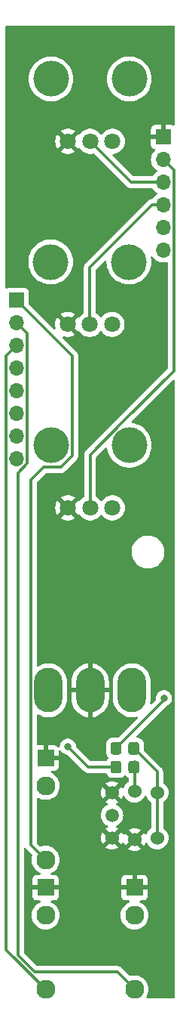
<source format=gtl>
G04 #@! TF.GenerationSoftware,KiCad,Pcbnew,7.0.1.1-36-gbcf78dbe24-dirty-deb11*
G04 #@! TF.CreationDate,2023-04-09T19:39:33+00:00*
G04 #@! TF.ProjectId,RP2040-VCO,52503230-3430-42d5-9643-4f2e6b696361,rev?*
G04 #@! TF.SameCoordinates,Original*
G04 #@! TF.FileFunction,Copper,L1,Top*
G04 #@! TF.FilePolarity,Positive*
%FSLAX46Y46*%
G04 Gerber Fmt 4.6, Leading zero omitted, Abs format (unit mm)*
G04 Created by KiCad (PCBNEW 7.0.1.1-36-gbcf78dbe24-dirty-deb11) date 2023-04-09 19:39:33*
%MOMM*%
%LPD*%
G01*
G04 APERTURE LIST*
G04 #@! TA.AperFunction,ComponentPad*
%ADD10R,1.930000X1.830000*%
G04 #@! TD*
G04 #@! TA.AperFunction,ComponentPad*
%ADD11C,2.130000*%
G04 #@! TD*
G04 #@! TA.AperFunction,WasherPad*
%ADD12C,4.000000*%
G04 #@! TD*
G04 #@! TA.AperFunction,ComponentPad*
%ADD13C,1.800000*%
G04 #@! TD*
G04 #@! TA.AperFunction,WasherPad*
%ADD14C,1.500000*%
G04 #@! TD*
G04 #@! TA.AperFunction,ComponentPad*
%ADD15C,1.524000*%
G04 #@! TD*
G04 #@! TA.AperFunction,ComponentPad*
%ADD16O,3.200000X5.000000*%
G04 #@! TD*
G04 #@! TA.AperFunction,ComponentPad*
%ADD17R,1.700000X1.700000*%
G04 #@! TD*
G04 #@! TA.AperFunction,ComponentPad*
%ADD18O,1.700000X1.700000*%
G04 #@! TD*
G04 #@! TA.AperFunction,ViaPad*
%ADD19C,0.800000*%
G04 #@! TD*
G04 #@! TA.AperFunction,Conductor*
%ADD20C,0.300000*%
G04 #@! TD*
G04 APERTURE END LIST*
D10*
X89000000Y-133600000D03*
D11*
X89000000Y-145000000D03*
X89000000Y-136700000D03*
D10*
X79000000Y-133600000D03*
D11*
X79000000Y-145000000D03*
X79000000Y-136700000D03*
D10*
X79000000Y-119100000D03*
D11*
X79000000Y-130500000D03*
X79000000Y-122200000D03*
D12*
X79600000Y-43000000D03*
X88400000Y-43000000D03*
D13*
X86500000Y-50000000D03*
X84000000Y-50000000D03*
X81500000Y-50000000D03*
D14*
X86460000Y-125500000D03*
D15*
X86460000Y-128040000D03*
X86460000Y-122960000D03*
X91540000Y-128040000D03*
X91540000Y-122960000D03*
X89000000Y-122800000D03*
X89000000Y-128200000D03*
G04 #@! TA.AperFunction,SMDPad,CuDef*
G36*
G01*
X89500000Y-119650000D02*
X89500000Y-120550000D01*
G75*
G02*
X89250000Y-120800000I-250000J0D01*
G01*
X88550000Y-120800000D01*
G75*
G02*
X88300000Y-120550000I0J250000D01*
G01*
X88300000Y-119650000D01*
G75*
G02*
X88550000Y-119400000I250000J0D01*
G01*
X89250000Y-119400000D01*
G75*
G02*
X89500000Y-119650000I0J-250000D01*
G01*
G37*
G04 #@! TD.AperFunction*
G04 #@! TA.AperFunction,SMDPad,CuDef*
G36*
G01*
X87500000Y-119650000D02*
X87500000Y-120550000D01*
G75*
G02*
X87250000Y-120800000I-250000J0D01*
G01*
X86550000Y-120800000D01*
G75*
G02*
X86300000Y-120550000I0J250000D01*
G01*
X86300000Y-119650000D01*
G75*
G02*
X86550000Y-119400000I250000J0D01*
G01*
X87250000Y-119400000D01*
G75*
G02*
X87500000Y-119650000I0J-250000D01*
G01*
G37*
G04 #@! TD.AperFunction*
G04 #@! TA.AperFunction,SMDPad,CuDef*
G36*
G01*
X89500000Y-117550000D02*
X89500000Y-118450000D01*
G75*
G02*
X89250000Y-118700000I-250000J0D01*
G01*
X88550000Y-118700000D01*
G75*
G02*
X88300000Y-118450000I0J250000D01*
G01*
X88300000Y-117550000D01*
G75*
G02*
X88550000Y-117300000I250000J0D01*
G01*
X89250000Y-117300000D01*
G75*
G02*
X89500000Y-117550000I0J-250000D01*
G01*
G37*
G04 #@! TD.AperFunction*
G04 #@! TA.AperFunction,SMDPad,CuDef*
G36*
G01*
X87500000Y-117550000D02*
X87500000Y-118450000D01*
G75*
G02*
X87250000Y-118700000I-250000J0D01*
G01*
X86550000Y-118700000D01*
G75*
G02*
X86300000Y-118450000I0J250000D01*
G01*
X86300000Y-117550000D01*
G75*
G02*
X86550000Y-117300000I250000J0D01*
G01*
X87250000Y-117300000D01*
G75*
G02*
X87500000Y-117550000I0J-250000D01*
G01*
G37*
G04 #@! TD.AperFunction*
D16*
X88700000Y-111500000D03*
X84000000Y-111500000D03*
X79300000Y-111500000D03*
D12*
X79560000Y-63500000D03*
X88360000Y-63500000D03*
D13*
X86460000Y-70500000D03*
X83960000Y-70500000D03*
X81460000Y-70500000D03*
D12*
X79600000Y-84050000D03*
X88400000Y-84050000D03*
D13*
X86500000Y-91050000D03*
X84000000Y-91050000D03*
X81500000Y-91050000D03*
D17*
X92200000Y-49500000D03*
D18*
X92200000Y-52040000D03*
X92200000Y-54580000D03*
X92200000Y-57120000D03*
X92200000Y-59660000D03*
X92200000Y-62200000D03*
D17*
X75750000Y-67800000D03*
D18*
X75750000Y-70340000D03*
X75750000Y-72880000D03*
X75750000Y-75420000D03*
X75750000Y-77960000D03*
X75750000Y-80500000D03*
X75750000Y-83040000D03*
X75750000Y-85580000D03*
D19*
X82000000Y-66600000D03*
X82000000Y-67500000D03*
X81500000Y-117800000D03*
X92300000Y-112400000D03*
D20*
X86900000Y-120100000D02*
X83800000Y-120100000D01*
X83800000Y-120100000D02*
X81500000Y-117800000D01*
X92300000Y-112600000D02*
X92300000Y-112400000D01*
X86900000Y-118000000D02*
X92300000Y-112600000D01*
X82000000Y-85200000D02*
X82000000Y-74050000D01*
X79000000Y-130500000D02*
X77350480Y-128850480D01*
X77350480Y-128850480D02*
X77350480Y-87949520D01*
X82000000Y-74050000D02*
X75750000Y-67800000D01*
X78800000Y-86500000D02*
X80700000Y-86500000D01*
X77350480Y-87949520D02*
X78800000Y-86500000D01*
X80700000Y-86500000D02*
X82000000Y-85200000D01*
X90967919Y-57120000D02*
X83960000Y-64127919D01*
X92200000Y-57120000D02*
X90967919Y-57120000D01*
X83960000Y-64127919D02*
X83960000Y-70500000D01*
X84000000Y-85100000D02*
X84000000Y-91050000D01*
X93400000Y-53240000D02*
X93400000Y-75700000D01*
X93400000Y-75700000D02*
X87709511Y-81390489D01*
X92200000Y-52040000D02*
X93400000Y-53240000D01*
X87709511Y-81390489D02*
X84000000Y-85100000D01*
X74550489Y-140550489D02*
X74550489Y-74079511D01*
X74550489Y-74079511D02*
X75750000Y-72880000D01*
X79000000Y-145000000D02*
X74550489Y-140550489D01*
X89000000Y-145000000D02*
X87046786Y-143046786D01*
X75900000Y-87126366D02*
X76949511Y-86076855D01*
X87046786Y-143046786D02*
X77753214Y-143046786D01*
X76949511Y-86076855D02*
X76949511Y-71539511D01*
X77753214Y-143046786D02*
X75900000Y-141193572D01*
X75900000Y-141193572D02*
X75900000Y-87126366D01*
X76949511Y-71539511D02*
X75750000Y-70340000D01*
X92200000Y-54580000D02*
X88580000Y-54580000D01*
X88580000Y-54580000D02*
X84000000Y-50000000D01*
X91540000Y-120640000D02*
X88900000Y-118000000D01*
X91540000Y-128040000D02*
X91540000Y-122960000D01*
X91540000Y-122960000D02*
X91540000Y-120640000D01*
X89000000Y-119500000D02*
X89000000Y-122800000D01*
G04 #@! TA.AperFunction,Conductor*
G36*
X93436500Y-37017381D02*
G01*
X93482619Y-37063500D01*
X93499500Y-37126500D01*
X93499500Y-48100205D01*
X93480697Y-48166423D01*
X93429899Y-48212878D01*
X93362268Y-48225703D01*
X93297990Y-48201072D01*
X93295962Y-48199554D01*
X93159093Y-48148505D01*
X93098589Y-48142000D01*
X92454000Y-48142000D01*
X92454000Y-49628000D01*
X92437119Y-49691000D01*
X92391000Y-49737119D01*
X92328000Y-49754000D01*
X90842000Y-49754000D01*
X90842000Y-50398589D01*
X90848505Y-50459093D01*
X90899554Y-50595962D01*
X90987095Y-50712904D01*
X91104037Y-50800445D01*
X91219172Y-50843388D01*
X91269506Y-50877952D01*
X91297681Y-50932122D01*
X91297078Y-50993178D01*
X91267841Y-51046782D01*
X91124278Y-51202731D01*
X91001139Y-51391209D01*
X90910702Y-51597388D01*
X90855437Y-51815627D01*
X90855436Y-51815632D01*
X90836844Y-52040000D01*
X90855436Y-52264368D01*
X90855436Y-52264371D01*
X90855437Y-52264372D01*
X90910702Y-52482611D01*
X91001139Y-52688790D01*
X91124278Y-52877268D01*
X91276762Y-53042908D01*
X91454418Y-53181185D01*
X91454420Y-53181186D01*
X91454424Y-53181189D01*
X91487682Y-53199187D01*
X91535952Y-53245503D01*
X91553711Y-53310000D01*
X91535952Y-53374497D01*
X91487682Y-53420812D01*
X91462794Y-53434281D01*
X91454418Y-53438814D01*
X91276762Y-53577091D01*
X91124276Y-53742734D01*
X91044779Y-53864415D01*
X90999265Y-53906314D01*
X90939296Y-53921500D01*
X88904950Y-53921500D01*
X88856732Y-53911909D01*
X88815855Y-53884595D01*
X86552452Y-51621192D01*
X86519089Y-51561764D01*
X86521554Y-51493656D01*
X86559124Y-51436795D01*
X86620804Y-51407817D01*
X86846951Y-51370080D01*
X87067727Y-51294287D01*
X87273017Y-51183190D01*
X87457220Y-51039818D01*
X87615314Y-50868083D01*
X87742984Y-50672669D01*
X87836749Y-50458907D01*
X87894051Y-50232626D01*
X87913327Y-50000000D01*
X87894051Y-49767374D01*
X87836749Y-49541093D01*
X87742984Y-49327331D01*
X87689848Y-49246000D01*
X90842000Y-49246000D01*
X91946000Y-49246000D01*
X91946000Y-48142000D01*
X91301411Y-48142000D01*
X91240906Y-48148505D01*
X91104037Y-48199554D01*
X90987095Y-48287095D01*
X90899554Y-48404037D01*
X90848505Y-48540906D01*
X90842000Y-48601411D01*
X90842000Y-49246000D01*
X87689848Y-49246000D01*
X87615314Y-49131917D01*
X87457220Y-48960182D01*
X87273017Y-48816810D01*
X87241779Y-48799905D01*
X87067726Y-48705712D01*
X86918275Y-48654405D01*
X86846951Y-48629920D01*
X86616712Y-48591500D01*
X86383288Y-48591500D01*
X86153049Y-48629920D01*
X86153046Y-48629920D01*
X86153046Y-48629921D01*
X85932273Y-48705712D01*
X85726984Y-48816809D01*
X85542779Y-48960182D01*
X85384683Y-49131920D01*
X85355482Y-49176616D01*
X85309969Y-49218514D01*
X85250000Y-49233700D01*
X85190031Y-49218514D01*
X85144518Y-49176616D01*
X85115316Y-49131920D01*
X85115315Y-49131919D01*
X85115314Y-49131917D01*
X84957220Y-48960182D01*
X84773017Y-48816810D01*
X84741779Y-48799905D01*
X84567726Y-48705712D01*
X84418275Y-48654405D01*
X84346951Y-48629920D01*
X84116712Y-48591500D01*
X83883288Y-48591500D01*
X83653049Y-48629920D01*
X83653046Y-48629920D01*
X83653046Y-48629921D01*
X83432273Y-48705712D01*
X83226984Y-48816809D01*
X83042779Y-48960182D01*
X82884685Y-49131918D01*
X82855183Y-49177074D01*
X82809669Y-49218972D01*
X82749699Y-49234157D01*
X82689730Y-49218970D01*
X82670392Y-49201167D01*
X82659202Y-49200007D01*
X81859210Y-49999999D01*
X81859210Y-50000000D01*
X82659203Y-50799991D01*
X82670392Y-50798831D01*
X82689730Y-50781029D01*
X82749699Y-50765842D01*
X82809669Y-50781028D01*
X82855182Y-50822924D01*
X82884686Y-50868083D01*
X83042780Y-51039818D01*
X83226983Y-51183190D01*
X83432273Y-51294287D01*
X83653049Y-51370080D01*
X83883288Y-51408500D01*
X84116709Y-51408500D01*
X84116712Y-51408500D01*
X84346951Y-51370080D01*
X84346953Y-51370079D01*
X84357250Y-51368361D01*
X84357735Y-51371272D01*
X84410262Y-51368555D01*
X84470958Y-51402218D01*
X88053125Y-54984385D01*
X88066642Y-55001256D01*
X88120256Y-55051603D01*
X88123067Y-55054327D01*
X88143667Y-55074927D01*
X88147170Y-55077644D01*
X88156197Y-55085354D01*
X88189867Y-55116972D01*
X88208666Y-55127307D01*
X88225186Y-55138159D01*
X88242132Y-55151304D01*
X88284534Y-55169653D01*
X88295182Y-55174870D01*
X88335659Y-55197122D01*
X88335663Y-55197124D01*
X88356432Y-55202456D01*
X88375134Y-55208859D01*
X88394824Y-55217380D01*
X88440448Y-55224605D01*
X88452067Y-55227011D01*
X88496812Y-55238500D01*
X88518259Y-55238500D01*
X88537967Y-55240050D01*
X88559152Y-55243406D01*
X88605140Y-55239058D01*
X88616996Y-55238500D01*
X90939296Y-55238500D01*
X90999265Y-55253686D01*
X91044777Y-55295583D01*
X91124278Y-55417268D01*
X91276760Y-55582906D01*
X91276762Y-55582908D01*
X91454418Y-55721185D01*
X91454420Y-55721186D01*
X91454424Y-55721189D01*
X91487682Y-55739187D01*
X91535952Y-55785503D01*
X91553711Y-55850000D01*
X91535952Y-55914497D01*
X91487682Y-55960812D01*
X91462794Y-55974281D01*
X91454418Y-55978814D01*
X91276762Y-56117091D01*
X91124278Y-56282731D01*
X91082462Y-56346734D01*
X91044776Y-56404417D01*
X90999264Y-56446314D01*
X90939295Y-56461500D01*
X90926487Y-56461500D01*
X90922079Y-56462056D01*
X90910263Y-56462986D01*
X90864085Y-56464437D01*
X90843492Y-56470420D01*
X90824141Y-56474428D01*
X90802853Y-56477118D01*
X90759893Y-56494126D01*
X90748668Y-56497969D01*
X90704319Y-56510854D01*
X90685857Y-56521772D01*
X90668109Y-56530466D01*
X90648165Y-56538363D01*
X90610792Y-56565516D01*
X90600872Y-56572033D01*
X90561110Y-56595548D01*
X90545942Y-56610716D01*
X90530915Y-56623550D01*
X90513562Y-56636158D01*
X90484110Y-56671758D01*
X90476123Y-56680534D01*
X83555611Y-63601046D01*
X83538742Y-63614562D01*
X83488394Y-63668176D01*
X83485644Y-63671014D01*
X83465070Y-63691589D01*
X83462343Y-63695104D01*
X83454650Y-63704110D01*
X83423027Y-63737787D01*
X83412690Y-63756587D01*
X83401844Y-63773098D01*
X83388695Y-63790050D01*
X83370350Y-63832443D01*
X83365130Y-63843098D01*
X83342876Y-63883579D01*
X83337542Y-63904354D01*
X83331139Y-63923054D01*
X83322620Y-63942739D01*
X83315393Y-63988371D01*
X83312986Y-63999992D01*
X83301500Y-64044730D01*
X83301500Y-64066178D01*
X83299949Y-64085886D01*
X83296594Y-64107071D01*
X83298295Y-64125071D01*
X83300941Y-64153057D01*
X83301500Y-64164915D01*
X83301500Y-69179757D01*
X83283740Y-69244255D01*
X83235468Y-69290571D01*
X83186981Y-69316809D01*
X83002782Y-69460179D01*
X82844685Y-69631918D01*
X82815183Y-69677074D01*
X82769669Y-69718972D01*
X82709699Y-69734157D01*
X82649730Y-69718970D01*
X82630392Y-69701167D01*
X82619202Y-69700007D01*
X81819210Y-70499999D01*
X81819210Y-70500000D01*
X82619203Y-71299991D01*
X82630392Y-71298831D01*
X82649730Y-71281029D01*
X82709699Y-71265842D01*
X82769669Y-71281028D01*
X82815182Y-71322924D01*
X82844686Y-71368083D01*
X83002780Y-71539818D01*
X83186983Y-71683190D01*
X83392273Y-71794287D01*
X83613049Y-71870080D01*
X83843288Y-71908500D01*
X84076709Y-71908500D01*
X84076712Y-71908500D01*
X84306951Y-71870080D01*
X84527727Y-71794287D01*
X84733017Y-71683190D01*
X84917220Y-71539818D01*
X85075314Y-71368083D01*
X85104517Y-71323383D01*
X85150031Y-71281485D01*
X85210000Y-71266299D01*
X85269969Y-71281485D01*
X85315482Y-71323383D01*
X85344686Y-71368083D01*
X85502780Y-71539818D01*
X85686983Y-71683190D01*
X85892273Y-71794287D01*
X86113049Y-71870080D01*
X86343288Y-71908500D01*
X86576709Y-71908500D01*
X86576712Y-71908500D01*
X86806951Y-71870080D01*
X87027727Y-71794287D01*
X87233017Y-71683190D01*
X87417220Y-71539818D01*
X87575314Y-71368083D01*
X87702984Y-71172669D01*
X87796749Y-70958907D01*
X87854051Y-70732626D01*
X87873327Y-70500000D01*
X87854051Y-70267374D01*
X87796749Y-70041093D01*
X87702984Y-69827331D01*
X87575314Y-69631917D01*
X87417220Y-69460182D01*
X87233017Y-69316810D01*
X87201779Y-69299905D01*
X87027726Y-69205712D01*
X86847338Y-69143785D01*
X86806951Y-69129920D01*
X86576712Y-69091500D01*
X86343288Y-69091500D01*
X86113049Y-69129920D01*
X86113046Y-69129920D01*
X86113046Y-69129921D01*
X85892273Y-69205712D01*
X85686984Y-69316809D01*
X85502779Y-69460182D01*
X85344683Y-69631920D01*
X85315482Y-69676616D01*
X85269969Y-69718514D01*
X85210000Y-69733700D01*
X85150031Y-69718514D01*
X85104518Y-69676616D01*
X85075316Y-69631920D01*
X85075315Y-69631919D01*
X85075314Y-69631917D01*
X84917220Y-69460182D01*
X84917219Y-69460181D01*
X84917217Y-69460179D01*
X84733018Y-69316809D01*
X84684532Y-69290571D01*
X84636260Y-69244255D01*
X84618500Y-69179757D01*
X84618500Y-64452869D01*
X84628091Y-64404651D01*
X84655402Y-64363776D01*
X85632738Y-63386439D01*
X85684401Y-63355225D01*
X85744659Y-63351624D01*
X85799677Y-63376464D01*
X85836826Y-63424044D01*
X85847581Y-63483444D01*
X85846540Y-63500000D01*
X85866358Y-63815018D01*
X85925504Y-64125071D01*
X86023044Y-64425266D01*
X86157438Y-64710869D01*
X86326565Y-64977372D01*
X86527766Y-65220582D01*
X86757860Y-65436654D01*
X87013221Y-65622184D01*
X87289821Y-65774247D01*
X87583298Y-65890443D01*
X87743804Y-65931653D01*
X87889024Y-65968940D01*
X88202176Y-66008500D01*
X88202179Y-66008500D01*
X88517821Y-66008500D01*
X88517824Y-66008500D01*
X88830975Y-65968940D01*
X88830974Y-65968940D01*
X89136702Y-65890443D01*
X89430179Y-65774247D01*
X89706779Y-65622184D01*
X89962140Y-65436654D01*
X90192233Y-65220582D01*
X90393432Y-64977375D01*
X90562562Y-64710869D01*
X90696956Y-64425266D01*
X90794495Y-64125072D01*
X90853641Y-63815020D01*
X90873460Y-63500000D01*
X90853641Y-63184980D01*
X90821704Y-63017566D01*
X90827629Y-62949360D01*
X90868345Y-62894320D01*
X90931832Y-62868697D01*
X90999347Y-62880054D01*
X91050956Y-62925040D01*
X91124278Y-63037268D01*
X91276762Y-63202908D01*
X91454421Y-63341187D01*
X91454424Y-63341189D01*
X91652426Y-63448342D01*
X91865365Y-63521444D01*
X92087431Y-63558500D01*
X92312566Y-63558500D01*
X92312569Y-63558500D01*
X92534635Y-63521444D01*
X92574588Y-63507727D01*
X92633666Y-63502217D01*
X92688716Y-63524356D01*
X92727529Y-63569235D01*
X92741500Y-63626901D01*
X92741500Y-75375050D01*
X92731909Y-75423268D01*
X92704595Y-75464145D01*
X87302704Y-80866036D01*
X83595611Y-84573127D01*
X83578742Y-84586643D01*
X83528394Y-84640257D01*
X83525644Y-84643095D01*
X83505070Y-84663670D01*
X83502343Y-84667185D01*
X83494650Y-84676191D01*
X83463027Y-84709868D01*
X83452690Y-84728668D01*
X83441844Y-84745179D01*
X83428695Y-84762131D01*
X83410350Y-84804524D01*
X83405130Y-84815179D01*
X83382876Y-84855660D01*
X83377542Y-84876435D01*
X83371139Y-84895135D01*
X83362620Y-84914820D01*
X83355393Y-84960452D01*
X83352986Y-84972073D01*
X83341500Y-85016811D01*
X83341500Y-85038259D01*
X83339949Y-85057970D01*
X83336594Y-85079152D01*
X83340941Y-85125138D01*
X83341500Y-85136996D01*
X83341500Y-89729757D01*
X83323740Y-89794255D01*
X83275468Y-89840571D01*
X83226981Y-89866809D01*
X83042782Y-90010179D01*
X82884685Y-90181918D01*
X82855183Y-90227074D01*
X82809669Y-90268972D01*
X82749699Y-90284157D01*
X82689730Y-90268970D01*
X82670392Y-90251167D01*
X82659202Y-90250007D01*
X81859210Y-91049999D01*
X81859210Y-91050000D01*
X82659203Y-91849991D01*
X82670392Y-91848831D01*
X82689730Y-91831029D01*
X82749699Y-91815842D01*
X82809669Y-91831028D01*
X82855182Y-91872924D01*
X82884686Y-91918083D01*
X83042780Y-92089818D01*
X83226983Y-92233190D01*
X83432273Y-92344287D01*
X83653049Y-92420080D01*
X83883288Y-92458500D01*
X84116709Y-92458500D01*
X84116712Y-92458500D01*
X84346951Y-92420080D01*
X84567727Y-92344287D01*
X84773017Y-92233190D01*
X84957220Y-92089818D01*
X85115314Y-91918083D01*
X85144517Y-91873383D01*
X85190031Y-91831485D01*
X85250000Y-91816299D01*
X85309969Y-91831485D01*
X85355482Y-91873383D01*
X85384686Y-91918083D01*
X85542780Y-92089818D01*
X85726983Y-92233190D01*
X85932273Y-92344287D01*
X86153049Y-92420080D01*
X86383288Y-92458500D01*
X86616709Y-92458500D01*
X86616712Y-92458500D01*
X86846951Y-92420080D01*
X87067727Y-92344287D01*
X87273017Y-92233190D01*
X87457220Y-92089818D01*
X87615314Y-91918083D01*
X87742984Y-91722669D01*
X87836749Y-91508907D01*
X87894051Y-91282626D01*
X87913327Y-91050000D01*
X87894051Y-90817374D01*
X87836749Y-90591093D01*
X87742984Y-90377331D01*
X87615314Y-90181917D01*
X87457220Y-90010182D01*
X87273017Y-89866810D01*
X87138947Y-89794255D01*
X87067726Y-89755712D01*
X86918275Y-89704405D01*
X86846951Y-89679920D01*
X86616712Y-89641500D01*
X86383288Y-89641500D01*
X86153049Y-89679920D01*
X86153046Y-89679920D01*
X86153046Y-89679921D01*
X85932273Y-89755712D01*
X85726984Y-89866809D01*
X85542779Y-90010182D01*
X85384683Y-90181920D01*
X85355482Y-90226616D01*
X85309969Y-90268514D01*
X85250000Y-90283700D01*
X85190031Y-90268514D01*
X85144518Y-90226616D01*
X85115316Y-90181920D01*
X85115315Y-90181919D01*
X85115314Y-90181917D01*
X84957220Y-90010182D01*
X84957219Y-90010181D01*
X84957217Y-90010179D01*
X84773018Y-89866809D01*
X84724532Y-89840571D01*
X84676260Y-89794255D01*
X84658500Y-89729757D01*
X84658500Y-85424950D01*
X84668091Y-85376732D01*
X84695402Y-85335857D01*
X85699622Y-84331636D01*
X85758338Y-84298450D01*
X85825763Y-84300304D01*
X85882570Y-84336669D01*
X85912482Y-84397123D01*
X85965504Y-84675072D01*
X86063044Y-84975266D01*
X86197438Y-85260869D01*
X86366565Y-85527372D01*
X86567766Y-85770582D01*
X86797860Y-85986654D01*
X87036511Y-86160044D01*
X87053221Y-86172184D01*
X87329821Y-86324247D01*
X87623298Y-86440443D01*
X87783804Y-86481653D01*
X87929024Y-86518940D01*
X88242176Y-86558500D01*
X88242179Y-86558500D01*
X88557821Y-86558500D01*
X88557824Y-86558500D01*
X88870975Y-86518940D01*
X88906978Y-86509696D01*
X89176702Y-86440443D01*
X89470179Y-86324247D01*
X89746779Y-86172184D01*
X90002140Y-85986654D01*
X90232233Y-85770582D01*
X90433432Y-85527375D01*
X90602562Y-85260869D01*
X90736956Y-84975266D01*
X90834495Y-84675072D01*
X90893641Y-84365020D01*
X90913460Y-84050000D01*
X90893641Y-83734980D01*
X90834495Y-83424928D01*
X90736956Y-83124734D01*
X90602562Y-82839131D01*
X90546185Y-82750295D01*
X90433434Y-82572627D01*
X90232233Y-82329417D01*
X90002139Y-82113345D01*
X89746781Y-81927817D01*
X89470178Y-81775752D01*
X89289210Y-81704102D01*
X89176702Y-81659557D01*
X89176699Y-81659556D01*
X89176696Y-81659555D01*
X88870975Y-81581059D01*
X88752563Y-81566100D01*
X88688804Y-81538806D01*
X88649148Y-81481907D01*
X88645609Y-81412643D01*
X88679258Y-81352001D01*
X93284404Y-76746855D01*
X93334564Y-76716117D01*
X93393211Y-76711501D01*
X93447561Y-76734014D01*
X93485767Y-76778747D01*
X93499500Y-76835950D01*
X93499500Y-145873500D01*
X93482619Y-145936500D01*
X93436500Y-145982619D01*
X93373500Y-145999500D01*
X90457939Y-145999500D01*
X90394226Y-145982204D01*
X90348004Y-145935066D01*
X90331963Y-145871026D01*
X90350507Y-145807665D01*
X90406332Y-145716566D01*
X90406331Y-145716566D01*
X90406334Y-145716563D01*
X90501115Y-145487742D01*
X90558934Y-145246911D01*
X90578366Y-145000000D01*
X90558934Y-144753089D01*
X90501115Y-144512258D01*
X90406334Y-144283437D01*
X90276925Y-144072260D01*
X90141004Y-143913117D01*
X90116073Y-143883926D01*
X89927744Y-143723078D01*
X89927742Y-143723076D01*
X89927740Y-143723075D01*
X89716563Y-143593666D01*
X89716561Y-143593665D01*
X89487743Y-143498885D01*
X89246911Y-143441066D01*
X89246910Y-143441065D01*
X89000000Y-143421634D01*
X88999999Y-143421634D01*
X88753088Y-143441066D01*
X88514654Y-143498309D01*
X88451038Y-143497059D01*
X88396145Y-143464885D01*
X87573660Y-142642400D01*
X87560142Y-142625528D01*
X87506528Y-142575181D01*
X87503716Y-142572456D01*
X87483119Y-142551859D01*
X87479614Y-142549140D01*
X87470589Y-142541432D01*
X87436917Y-142509812D01*
X87418124Y-142499480D01*
X87401603Y-142488628D01*
X87384656Y-142475483D01*
X87384654Y-142475482D01*
X87342245Y-142457129D01*
X87331604Y-142451916D01*
X87291123Y-142429662D01*
X87291120Y-142429661D01*
X87270354Y-142424329D01*
X87251650Y-142417925D01*
X87231964Y-142409406D01*
X87186338Y-142402180D01*
X87174714Y-142399773D01*
X87157966Y-142395473D01*
X87129974Y-142388286D01*
X87129973Y-142388286D01*
X87108527Y-142388286D01*
X87088818Y-142386735D01*
X87067634Y-142383380D01*
X87067633Y-142383380D01*
X87047556Y-142385277D01*
X87021645Y-142387727D01*
X87009790Y-142388286D01*
X78078163Y-142388286D01*
X78029945Y-142378695D01*
X77989068Y-142351381D01*
X76595405Y-140957717D01*
X76568091Y-140916840D01*
X76558500Y-140868622D01*
X76558500Y-136700000D01*
X77421634Y-136700000D01*
X77441066Y-136946911D01*
X77498885Y-137187742D01*
X77593666Y-137416563D01*
X77723075Y-137627740D01*
X77723076Y-137627742D01*
X77723078Y-137627744D01*
X77883926Y-137816073D01*
X78072255Y-137976921D01*
X78072260Y-137976925D01*
X78283437Y-138106334D01*
X78512258Y-138201115D01*
X78753089Y-138258934D01*
X79000000Y-138278366D01*
X79246911Y-138258934D01*
X79487742Y-138201115D01*
X79716563Y-138106334D01*
X79927740Y-137976925D01*
X80116073Y-137816073D01*
X80276925Y-137627740D01*
X80406334Y-137416563D01*
X80501115Y-137187742D01*
X80558934Y-136946911D01*
X80578366Y-136700000D01*
X87421634Y-136700000D01*
X87441066Y-136946911D01*
X87498885Y-137187742D01*
X87593666Y-137416563D01*
X87723075Y-137627740D01*
X87723076Y-137627742D01*
X87723078Y-137627744D01*
X87883926Y-137816073D01*
X88072255Y-137976921D01*
X88072260Y-137976925D01*
X88283437Y-138106334D01*
X88512258Y-138201115D01*
X88753089Y-138258934D01*
X89000000Y-138278366D01*
X89246911Y-138258934D01*
X89487742Y-138201115D01*
X89716563Y-138106334D01*
X89927740Y-137976925D01*
X90116073Y-137816073D01*
X90276925Y-137627740D01*
X90406334Y-137416563D01*
X90501115Y-137187742D01*
X90558934Y-136946911D01*
X90578366Y-136700000D01*
X90558934Y-136453089D01*
X90501115Y-136212258D01*
X90406334Y-135983437D01*
X90276925Y-135772260D01*
X90276921Y-135772255D01*
X90116073Y-135583926D01*
X89927744Y-135423078D01*
X89927742Y-135423076D01*
X89927740Y-135423075D01*
X89716563Y-135293666D01*
X89648345Y-135265409D01*
X89594627Y-135223061D01*
X89570951Y-135158886D01*
X89584296Y-135091797D01*
X89630728Y-135041567D01*
X89696563Y-135023000D01*
X90013589Y-135023000D01*
X90074093Y-135016494D01*
X90210962Y-134965445D01*
X90327904Y-134877904D01*
X90415445Y-134760962D01*
X90466494Y-134624093D01*
X90473000Y-134563589D01*
X90473000Y-133854000D01*
X87527000Y-133854000D01*
X87527000Y-134563589D01*
X87533505Y-134624093D01*
X87584554Y-134760962D01*
X87672095Y-134877904D01*
X87789037Y-134965445D01*
X87925906Y-135016494D01*
X87986411Y-135023000D01*
X88303437Y-135023000D01*
X88369272Y-135041567D01*
X88415704Y-135091797D01*
X88429049Y-135158886D01*
X88405373Y-135223061D01*
X88351655Y-135265409D01*
X88283438Y-135293665D01*
X88072255Y-135423078D01*
X87883926Y-135583926D01*
X87723078Y-135772255D01*
X87593665Y-135983438D01*
X87498885Y-136212256D01*
X87498885Y-136212258D01*
X87441066Y-136453089D01*
X87421634Y-136700000D01*
X80578366Y-136700000D01*
X80558934Y-136453089D01*
X80501115Y-136212258D01*
X80406334Y-135983437D01*
X80276925Y-135772260D01*
X80276921Y-135772255D01*
X80116073Y-135583926D01*
X79927744Y-135423078D01*
X79927742Y-135423076D01*
X79927740Y-135423075D01*
X79716563Y-135293666D01*
X79648345Y-135265409D01*
X79594627Y-135223061D01*
X79570951Y-135158886D01*
X79584296Y-135091797D01*
X79630728Y-135041567D01*
X79696563Y-135023000D01*
X80013589Y-135023000D01*
X80074093Y-135016494D01*
X80210962Y-134965445D01*
X80327904Y-134877904D01*
X80415445Y-134760962D01*
X80466494Y-134624093D01*
X80473000Y-134563589D01*
X80473000Y-133854000D01*
X77527000Y-133854000D01*
X77527000Y-134563589D01*
X77533505Y-134624093D01*
X77584554Y-134760962D01*
X77672095Y-134877904D01*
X77789037Y-134965445D01*
X77925906Y-135016494D01*
X77986411Y-135023000D01*
X78303437Y-135023000D01*
X78369272Y-135041567D01*
X78415704Y-135091797D01*
X78429049Y-135158886D01*
X78405373Y-135223061D01*
X78351655Y-135265409D01*
X78283438Y-135293665D01*
X78072255Y-135423078D01*
X77883926Y-135583926D01*
X77723078Y-135772255D01*
X77593665Y-135983438D01*
X77498885Y-136212256D01*
X77498885Y-136212258D01*
X77441066Y-136453089D01*
X77421634Y-136700000D01*
X76558500Y-136700000D01*
X76558500Y-129268508D01*
X76574085Y-129207807D01*
X76616986Y-129162123D01*
X76676589Y-129142757D01*
X76738149Y-129154500D01*
X76786435Y-129194446D01*
X76795996Y-129207605D01*
X76802510Y-129217522D01*
X76805796Y-129223078D01*
X76826029Y-129257290D01*
X76841190Y-129272451D01*
X76854030Y-129287484D01*
X76866637Y-129304835D01*
X76902231Y-129334281D01*
X76911011Y-129342271D01*
X77464885Y-129896145D01*
X77497059Y-129951038D01*
X77498309Y-130014654D01*
X77441066Y-130253088D01*
X77441066Y-130253089D01*
X77421634Y-130500000D01*
X77441066Y-130746911D01*
X77498885Y-130987742D01*
X77593666Y-131216563D01*
X77723075Y-131427740D01*
X77723076Y-131427742D01*
X77723078Y-131427744D01*
X77883926Y-131616073D01*
X78072255Y-131776921D01*
X78072260Y-131776925D01*
X78283437Y-131906334D01*
X78337535Y-131928742D01*
X78351655Y-131934591D01*
X78405373Y-131976939D01*
X78429049Y-132041114D01*
X78415704Y-132108203D01*
X78369272Y-132158433D01*
X78303437Y-132177000D01*
X77986411Y-132177000D01*
X77925906Y-132183505D01*
X77789037Y-132234554D01*
X77672095Y-132322095D01*
X77584554Y-132439037D01*
X77533505Y-132575906D01*
X77527000Y-132636411D01*
X77527000Y-133346000D01*
X80473000Y-133346000D01*
X87527000Y-133346000D01*
X88746000Y-133346000D01*
X88746000Y-132177000D01*
X89254000Y-132177000D01*
X89254000Y-133346000D01*
X90473000Y-133346000D01*
X90473000Y-132636411D01*
X90466494Y-132575906D01*
X90415445Y-132439037D01*
X90327904Y-132322095D01*
X90210962Y-132234554D01*
X90074093Y-132183505D01*
X90013589Y-132177000D01*
X89254000Y-132177000D01*
X88746000Y-132177000D01*
X87986411Y-132177000D01*
X87925906Y-132183505D01*
X87789037Y-132234554D01*
X87672095Y-132322095D01*
X87584554Y-132439037D01*
X87533505Y-132575906D01*
X87527000Y-132636411D01*
X87527000Y-133346000D01*
X80473000Y-133346000D01*
X80473000Y-132636411D01*
X80466494Y-132575906D01*
X80415445Y-132439037D01*
X80327904Y-132322095D01*
X80210962Y-132234554D01*
X80074093Y-132183505D01*
X80013589Y-132177000D01*
X79696563Y-132177000D01*
X79630728Y-132158433D01*
X79584296Y-132108203D01*
X79570951Y-132041114D01*
X79594627Y-131976939D01*
X79648345Y-131934591D01*
X79656219Y-131931328D01*
X79716563Y-131906334D01*
X79927740Y-131776925D01*
X80116073Y-131616073D01*
X80276925Y-131427740D01*
X80406334Y-131216563D01*
X80501115Y-130987742D01*
X80558934Y-130746911D01*
X80578366Y-130500000D01*
X80558934Y-130253089D01*
X80501115Y-130012258D01*
X80406334Y-129783437D01*
X80276925Y-129572260D01*
X80193729Y-129474850D01*
X80116073Y-129383926D01*
X79927744Y-129223078D01*
X79927742Y-129223076D01*
X79927740Y-129223075D01*
X79726596Y-129099814D01*
X85759395Y-129099814D01*
X85822573Y-129144052D01*
X86023975Y-129237968D01*
X86238623Y-129295482D01*
X86460000Y-129314850D01*
X86681376Y-129295482D01*
X86814493Y-129259814D01*
X88299395Y-129259814D01*
X88362573Y-129304052D01*
X88563975Y-129397968D01*
X88778623Y-129455482D01*
X89000000Y-129474850D01*
X89221376Y-129455482D01*
X89436024Y-129397968D01*
X89637427Y-129304052D01*
X89700603Y-129259814D01*
X89700603Y-129259812D01*
X89000001Y-128559210D01*
X89000000Y-128559210D01*
X88299395Y-129259813D01*
X88299395Y-129259814D01*
X86814493Y-129259814D01*
X86896024Y-129237968D01*
X87097427Y-129144052D01*
X87160603Y-129099814D01*
X87160603Y-129099812D01*
X86460001Y-128399210D01*
X86460000Y-128399210D01*
X85759395Y-129099813D01*
X85759395Y-129099814D01*
X79726596Y-129099814D01*
X79716563Y-129093666D01*
X79716561Y-129093665D01*
X79487743Y-128998885D01*
X79246911Y-128941066D01*
X79000000Y-128921634D01*
X78753088Y-128941066D01*
X78514654Y-128998309D01*
X78451038Y-128997059D01*
X78396145Y-128964885D01*
X78045885Y-128614625D01*
X78018571Y-128573748D01*
X78008980Y-128525530D01*
X78008980Y-128039999D01*
X85185149Y-128039999D01*
X85204517Y-128261376D01*
X85262031Y-128476024D01*
X85355947Y-128677426D01*
X85400184Y-128740603D01*
X85400185Y-128740603D01*
X86100789Y-128040001D01*
X86819210Y-128040001D01*
X87519812Y-128740603D01*
X87519814Y-128740603D01*
X87564053Y-128677425D01*
X87578500Y-128646444D01*
X87624994Y-128593426D01*
X87692694Y-128573693D01*
X87760394Y-128593425D01*
X87806890Y-128646443D01*
X87895947Y-128837426D01*
X87940184Y-128900603D01*
X87940185Y-128900603D01*
X88640790Y-128200000D01*
X88640790Y-128199999D01*
X87940185Y-127499394D01*
X87895946Y-127562575D01*
X87881499Y-127593558D01*
X87835004Y-127646575D01*
X87767305Y-127666307D01*
X87699605Y-127646574D01*
X87653110Y-127593557D01*
X87564051Y-127402571D01*
X87519815Y-127339395D01*
X87519813Y-127339395D01*
X86819210Y-128040000D01*
X86819210Y-128040001D01*
X86100789Y-128040001D01*
X86100790Y-128040000D01*
X86100790Y-128039999D01*
X85400185Y-127339394D01*
X85355948Y-127402572D01*
X85262031Y-127603975D01*
X85204517Y-127818623D01*
X85185149Y-128039999D01*
X78008980Y-128039999D01*
X78008980Y-125500000D01*
X85196693Y-125500000D01*
X85215885Y-125719375D01*
X85272879Y-125932074D01*
X85365943Y-126131653D01*
X85492253Y-126312041D01*
X85647958Y-126467746D01*
X85647961Y-126467748D01*
X85647962Y-126467749D01*
X85828346Y-126594056D01*
X85947162Y-126649460D01*
X86000180Y-126695954D01*
X86019913Y-126763654D01*
X86000181Y-126831354D01*
X85947164Y-126877849D01*
X85822575Y-126935946D01*
X85759394Y-126980185D01*
X86459999Y-127680790D01*
X86460000Y-127680790D01*
X87000603Y-127140185D01*
X88299394Y-127140185D01*
X88999999Y-127840790D01*
X89000000Y-127840790D01*
X89700603Y-127140185D01*
X89700603Y-127140184D01*
X89637426Y-127095947D01*
X89436024Y-127002031D01*
X89221376Y-126944517D01*
X89000000Y-126925149D01*
X88778623Y-126944517D01*
X88563975Y-127002031D01*
X88362572Y-127095948D01*
X88299394Y-127140185D01*
X87000603Y-127140185D01*
X87160603Y-126980185D01*
X87160603Y-126980184D01*
X87097426Y-126935947D01*
X86972837Y-126877850D01*
X86919819Y-126831354D01*
X86900087Y-126763654D01*
X86919820Y-126695955D01*
X86972837Y-126649460D01*
X87091654Y-126594056D01*
X87272038Y-126467749D01*
X87427749Y-126312038D01*
X87554056Y-126131654D01*
X87647120Y-125932076D01*
X87704115Y-125719371D01*
X87723307Y-125500000D01*
X87704115Y-125280629D01*
X87647120Y-125067924D01*
X87554056Y-124868347D01*
X87427749Y-124687962D01*
X87427748Y-124687961D01*
X87427746Y-124687958D01*
X87272041Y-124532253D01*
X87091654Y-124405944D01*
X86972837Y-124350539D01*
X86919820Y-124304044D01*
X86900087Y-124236344D01*
X86919820Y-124168644D01*
X86972838Y-124122149D01*
X87097425Y-124064053D01*
X87160603Y-124019814D01*
X87160603Y-124019812D01*
X86460001Y-123319210D01*
X86460000Y-123319210D01*
X85759395Y-124019813D01*
X85759395Y-124019814D01*
X85822573Y-124064052D01*
X85947162Y-124122149D01*
X86000179Y-124168644D01*
X86019912Y-124236344D01*
X86000180Y-124304043D01*
X85947162Y-124350539D01*
X85828346Y-124405944D01*
X85647958Y-124532253D01*
X85492253Y-124687958D01*
X85365943Y-124868347D01*
X85272879Y-125067925D01*
X85215885Y-125280624D01*
X85196693Y-125500000D01*
X78008980Y-125500000D01*
X78008980Y-123663136D01*
X78026275Y-123599423D01*
X78073414Y-123553202D01*
X78137454Y-123537160D01*
X78200813Y-123555702D01*
X78283437Y-123606334D01*
X78512258Y-123701115D01*
X78753089Y-123758934D01*
X79000000Y-123778366D01*
X79246911Y-123758934D01*
X79487742Y-123701115D01*
X79716563Y-123606334D01*
X79927740Y-123476925D01*
X80116073Y-123316073D01*
X80276925Y-123127740D01*
X80379716Y-122960000D01*
X85185149Y-122960000D01*
X85204517Y-123181376D01*
X85262031Y-123396024D01*
X85355947Y-123597426D01*
X85400184Y-123660603D01*
X85400185Y-123660603D01*
X86100790Y-122960000D01*
X86100790Y-122959999D01*
X85400185Y-122259394D01*
X85355948Y-122322572D01*
X85262031Y-122523975D01*
X85204517Y-122738623D01*
X85185149Y-122960000D01*
X80379716Y-122960000D01*
X80406334Y-122916563D01*
X80501115Y-122687742D01*
X80558934Y-122446911D01*
X80578366Y-122200000D01*
X80558934Y-121953089D01*
X80546233Y-121900185D01*
X85759394Y-121900185D01*
X86459999Y-122600790D01*
X86460000Y-122600790D01*
X87160603Y-121900185D01*
X87160603Y-121900184D01*
X87097426Y-121855947D01*
X86896024Y-121762031D01*
X86681376Y-121704517D01*
X86460000Y-121685149D01*
X86238623Y-121704517D01*
X86023975Y-121762031D01*
X85822572Y-121855948D01*
X85759394Y-121900185D01*
X80546233Y-121900185D01*
X80501115Y-121712258D01*
X80406334Y-121483437D01*
X80276925Y-121272260D01*
X80276921Y-121272255D01*
X80116073Y-121083926D01*
X79927744Y-120923078D01*
X79927742Y-120923076D01*
X79927740Y-120923075D01*
X79716563Y-120793666D01*
X79648345Y-120765409D01*
X79594627Y-120723061D01*
X79570951Y-120658886D01*
X79584296Y-120591797D01*
X79630728Y-120541567D01*
X79696563Y-120523000D01*
X80013589Y-120523000D01*
X80074093Y-120516494D01*
X80210962Y-120465445D01*
X80327904Y-120377904D01*
X80415445Y-120260962D01*
X80466494Y-120124093D01*
X80473000Y-120063589D01*
X80473000Y-119354000D01*
X78872000Y-119354000D01*
X78809000Y-119337119D01*
X78762881Y-119291000D01*
X78746000Y-119228000D01*
X78746000Y-118846000D01*
X79254000Y-118846000D01*
X80473000Y-118846000D01*
X80473000Y-118308422D01*
X80489881Y-118245422D01*
X80536000Y-118199303D01*
X80599000Y-118182422D01*
X80662000Y-118199303D01*
X80708119Y-118245422D01*
X80760958Y-118336942D01*
X80760960Y-118336944D01*
X80888747Y-118478866D01*
X81043248Y-118591118D01*
X81217712Y-118668794D01*
X81404513Y-118708500D01*
X81425050Y-118708500D01*
X81473268Y-118718091D01*
X81514145Y-118745405D01*
X83273125Y-120504385D01*
X83286642Y-120521256D01*
X83288583Y-120523079D01*
X83288584Y-120523080D01*
X83308271Y-120541567D01*
X83340256Y-120571603D01*
X83343067Y-120574327D01*
X83363667Y-120594927D01*
X83367170Y-120597644D01*
X83376197Y-120605354D01*
X83409867Y-120636972D01*
X83428666Y-120647307D01*
X83445177Y-120658153D01*
X83462132Y-120671304D01*
X83504549Y-120689660D01*
X83515181Y-120694869D01*
X83555663Y-120717124D01*
X83565293Y-120719596D01*
X83576428Y-120722456D01*
X83595134Y-120728859D01*
X83614823Y-120737380D01*
X83660455Y-120744607D01*
X83672072Y-120747013D01*
X83716811Y-120758500D01*
X83716812Y-120758500D01*
X83738258Y-120758500D01*
X83757968Y-120760051D01*
X83779151Y-120763406D01*
X83779151Y-120763405D01*
X83779152Y-120763406D01*
X83825140Y-120759058D01*
X83836996Y-120758500D01*
X85729045Y-120758500D01*
X85780070Y-120769294D01*
X85822353Y-120799826D01*
X85848649Y-120844866D01*
X85857885Y-120872738D01*
X85950970Y-121023652D01*
X85950972Y-121023655D01*
X86076344Y-121149027D01*
X86076346Y-121149028D01*
X86076348Y-121149030D01*
X86227262Y-121242115D01*
X86395574Y-121297887D01*
X86499455Y-121308500D01*
X87300544Y-121308499D01*
X87404426Y-121297887D01*
X87572738Y-121242115D01*
X87723652Y-121149030D01*
X87810906Y-121061775D01*
X87867389Y-121029165D01*
X87932611Y-121029165D01*
X87989093Y-121061775D01*
X88076348Y-121149030D01*
X88227262Y-121242115D01*
X88246240Y-121248403D01*
X88255134Y-121251351D01*
X88300174Y-121277647D01*
X88330706Y-121319930D01*
X88341500Y-121370955D01*
X88341500Y-121644501D01*
X88327263Y-121702681D01*
X88287771Y-121747714D01*
X88180215Y-121823025D01*
X88023025Y-121980215D01*
X87895512Y-122162323D01*
X87895512Y-122162324D01*
X87806890Y-122352375D01*
X87806614Y-122352966D01*
X87760118Y-122405984D01*
X87692418Y-122425716D01*
X87624719Y-122405983D01*
X87578224Y-122352965D01*
X87564052Y-122322572D01*
X87519815Y-122259395D01*
X87519813Y-122259395D01*
X86819210Y-122960000D01*
X86819210Y-122960001D01*
X87519812Y-123660603D01*
X87519814Y-123660603D01*
X87564052Y-123597427D01*
X87652833Y-123407035D01*
X87699328Y-123354018D01*
X87767027Y-123334285D01*
X87834727Y-123354017D01*
X87881222Y-123407034D01*
X87895510Y-123437675D01*
X88023025Y-123619784D01*
X88180215Y-123776974D01*
X88180218Y-123776976D01*
X88180219Y-123776977D01*
X88182203Y-123778366D01*
X88362321Y-123904487D01*
X88362322Y-123904487D01*
X88362323Y-123904488D01*
X88563804Y-123998440D01*
X88714739Y-124038883D01*
X88778532Y-124055977D01*
X88778533Y-124055977D01*
X88778537Y-124055978D01*
X89000000Y-124075353D01*
X89221463Y-124055978D01*
X89436196Y-123998440D01*
X89637677Y-123904488D01*
X89819781Y-123776977D01*
X89976977Y-123619781D01*
X90104488Y-123437677D01*
X90118501Y-123407625D01*
X90164994Y-123354610D01*
X90232694Y-123334876D01*
X90300394Y-123354608D01*
X90346889Y-123407625D01*
X90414773Y-123553202D01*
X90435512Y-123597677D01*
X90563025Y-123779784D01*
X90720215Y-123936974D01*
X90827771Y-124012286D01*
X90867263Y-124057319D01*
X90881500Y-124115499D01*
X90881500Y-126884501D01*
X90867263Y-126942681D01*
X90827771Y-126987714D01*
X90720215Y-127063025D01*
X90563025Y-127220215D01*
X90435512Y-127402323D01*
X90435396Y-127402572D01*
X90360786Y-127562575D01*
X90346614Y-127592966D01*
X90300118Y-127645984D01*
X90232418Y-127665716D01*
X90164719Y-127645983D01*
X90118224Y-127592965D01*
X90104052Y-127562572D01*
X90059815Y-127499395D01*
X90059813Y-127499395D01*
X89359210Y-128200000D01*
X89359210Y-128200001D01*
X90059812Y-128900603D01*
X90059814Y-128900603D01*
X90104052Y-128837427D01*
X90192833Y-128647035D01*
X90239328Y-128594018D01*
X90307027Y-128574285D01*
X90374727Y-128594017D01*
X90421222Y-128647034D01*
X90435510Y-128677675D01*
X90563025Y-128859784D01*
X90720215Y-129016974D01*
X90902321Y-129144487D01*
X90902322Y-129144487D01*
X90902323Y-129144488D01*
X91103804Y-129238440D01*
X91230734Y-129272451D01*
X91318532Y-129295977D01*
X91318533Y-129295977D01*
X91318537Y-129295978D01*
X91540000Y-129315353D01*
X91761463Y-129295978D01*
X91976196Y-129238440D01*
X92177677Y-129144488D01*
X92359781Y-129016977D01*
X92516977Y-128859781D01*
X92644488Y-128677677D01*
X92738440Y-128476196D01*
X92795978Y-128261463D01*
X92815353Y-128040000D01*
X92795978Y-127818537D01*
X92738440Y-127603804D01*
X92644488Y-127402324D01*
X92516977Y-127220219D01*
X92516976Y-127220218D01*
X92516974Y-127220215D01*
X92359784Y-127063025D01*
X92252229Y-126987714D01*
X92212737Y-126942681D01*
X92198500Y-126884501D01*
X92198500Y-124115499D01*
X92212737Y-124057319D01*
X92252229Y-124012286D01*
X92272003Y-123998440D01*
X92359781Y-123936977D01*
X92516977Y-123779781D01*
X92644488Y-123597677D01*
X92738440Y-123396196D01*
X92795978Y-123181463D01*
X92815353Y-122960000D01*
X92795978Y-122738537D01*
X92738440Y-122523804D01*
X92644488Y-122322324D01*
X92516977Y-122140219D01*
X92516976Y-122140218D01*
X92516974Y-122140215D01*
X92359784Y-121983025D01*
X92252229Y-121907714D01*
X92212737Y-121862681D01*
X92198500Y-121804501D01*
X92198500Y-120726614D01*
X92200872Y-120705125D01*
X92200788Y-120702465D01*
X92200789Y-120702463D01*
X92198562Y-120631612D01*
X92198500Y-120627654D01*
X92198500Y-120598575D01*
X92198500Y-120598568D01*
X92197943Y-120594162D01*
X92197012Y-120582335D01*
X92195562Y-120536169D01*
X92189578Y-120515574D01*
X92185570Y-120496217D01*
X92182882Y-120474936D01*
X92165874Y-120431978D01*
X92162030Y-120420751D01*
X92149145Y-120376400D01*
X92138224Y-120357935D01*
X92129531Y-120340189D01*
X92121635Y-120320244D01*
X92094473Y-120282860D01*
X92087964Y-120272950D01*
X92064453Y-120233193D01*
X92049287Y-120218027D01*
X92036447Y-120202994D01*
X92023840Y-120185642D01*
X91988246Y-120156196D01*
X91979467Y-120148207D01*
X90045404Y-118214144D01*
X90018090Y-118173267D01*
X90008499Y-118125049D01*
X90008499Y-117499460D01*
X90008499Y-117499456D01*
X89997887Y-117395574D01*
X89942115Y-117227262D01*
X89849030Y-117076348D01*
X89849028Y-117076346D01*
X89849027Y-117076344D01*
X89723655Y-116950972D01*
X89723652Y-116950970D01*
X89572738Y-116857885D01*
X89404426Y-116802113D01*
X89327713Y-116794275D01*
X89262730Y-116768048D01*
X89221808Y-116711160D01*
X89217607Y-116641209D01*
X89251423Y-116579835D01*
X92530723Y-113300534D01*
X92559718Y-113278887D01*
X92570512Y-113274909D01*
X92570188Y-113274181D01*
X92582286Y-113268794D01*
X92582288Y-113268794D01*
X92756752Y-113191118D01*
X92911253Y-113078866D01*
X93039040Y-112936944D01*
X93134527Y-112771556D01*
X93193542Y-112589928D01*
X93213504Y-112400000D01*
X93193542Y-112210072D01*
X93134527Y-112028444D01*
X93134527Y-112028443D01*
X93039041Y-111863057D01*
X92911252Y-111721133D01*
X92756753Y-111608883D01*
X92756752Y-111608882D01*
X92582288Y-111531206D01*
X92395487Y-111491500D01*
X92204513Y-111491500D01*
X92079978Y-111517970D01*
X92017711Y-111531206D01*
X91843246Y-111608883D01*
X91688747Y-111721133D01*
X91560958Y-111863057D01*
X91465472Y-112028443D01*
X91406458Y-112210070D01*
X91386496Y-112400000D01*
X91397546Y-112505143D01*
X91391009Y-112560372D01*
X91361331Y-112607407D01*
X90964224Y-113004514D01*
X90909123Y-113036747D01*
X90845297Y-113037836D01*
X90789127Y-113007504D01*
X90755033Y-112953536D01*
X90751764Y-112889786D01*
X90793742Y-112687778D01*
X90808500Y-112472029D01*
X90808500Y-110527971D01*
X90793742Y-110312222D01*
X90735055Y-110029804D01*
X90668791Y-109843355D01*
X90638457Y-109758002D01*
X90505755Y-109501900D01*
X90339408Y-109266241D01*
X90142523Y-109055429D01*
X89918777Y-108873397D01*
X89673047Y-108723965D01*
X89672314Y-108723519D01*
X89407744Y-108608600D01*
X89407743Y-108608599D01*
X89129983Y-108530775D01*
X88844229Y-108491500D01*
X88844225Y-108491500D01*
X88555775Y-108491500D01*
X88555771Y-108491500D01*
X88270016Y-108530775D01*
X87992255Y-108608600D01*
X87727687Y-108723518D01*
X87481222Y-108873397D01*
X87257476Y-109055429D01*
X87060591Y-109266241D01*
X86894244Y-109501900D01*
X86761542Y-109758002D01*
X86664945Y-110029802D01*
X86606257Y-110312226D01*
X86591500Y-110527968D01*
X86591500Y-112472032D01*
X86606257Y-112687773D01*
X86664945Y-112970197D01*
X86761542Y-113241997D01*
X86894244Y-113498099D01*
X87060591Y-113733758D01*
X87257476Y-113944570D01*
X87481222Y-114126602D01*
X87481226Y-114126604D01*
X87481228Y-114126606D01*
X87727686Y-114276481D01*
X87992256Y-114391400D01*
X88270011Y-114469223D01*
X88270013Y-114469223D01*
X88270016Y-114469224D01*
X88555771Y-114508500D01*
X88555775Y-114508500D01*
X88844225Y-114508500D01*
X88844229Y-114508500D01*
X89001902Y-114486828D01*
X89129989Y-114469223D01*
X89180023Y-114455203D01*
X89245517Y-114454532D01*
X89302501Y-114486828D01*
X89335574Y-114543365D01*
X89335798Y-114608865D01*
X89303112Y-114665626D01*
X87214143Y-116754595D01*
X87173266Y-116781909D01*
X87125048Y-116791500D01*
X86499459Y-116791500D01*
X86395573Y-116802113D01*
X86227262Y-116857885D01*
X86076344Y-116950972D01*
X85950972Y-117076344D01*
X85899829Y-117159259D01*
X85857885Y-117227262D01*
X85846024Y-117263057D01*
X85802113Y-117395574D01*
X85791500Y-117499459D01*
X85791500Y-118500540D01*
X85802113Y-118604426D01*
X85857885Y-118772738D01*
X85903074Y-118846000D01*
X85950972Y-118923655D01*
X85988222Y-118960905D01*
X86020834Y-119017389D01*
X86020834Y-119082611D01*
X85988222Y-119139095D01*
X85950972Y-119176344D01*
X85857884Y-119327264D01*
X85848649Y-119355134D01*
X85822353Y-119400174D01*
X85780070Y-119430706D01*
X85729045Y-119441500D01*
X84124949Y-119441500D01*
X84076731Y-119431909D01*
X84035854Y-119404595D01*
X82442969Y-117811709D01*
X82418338Y-117776858D01*
X82406754Y-117735784D01*
X82393542Y-117610071D01*
X82334526Y-117428442D01*
X82239041Y-117263057D01*
X82111252Y-117121133D01*
X81956753Y-117008883D01*
X81956752Y-117008882D01*
X81782288Y-116931206D01*
X81595487Y-116891500D01*
X81404513Y-116891500D01*
X81279978Y-116917970D01*
X81217711Y-116931206D01*
X81043246Y-117008883D01*
X80888747Y-117121133D01*
X80760958Y-117263057D01*
X80665472Y-117428443D01*
X80606458Y-117610070D01*
X80586214Y-117802681D01*
X80566050Y-117858938D01*
X80522234Y-117899576D01*
X80464621Y-117915455D01*
X80406172Y-117903002D01*
X80360035Y-117865018D01*
X80327903Y-117822094D01*
X80210962Y-117734554D01*
X80074093Y-117683505D01*
X80013589Y-117677000D01*
X79254000Y-117677000D01*
X79254000Y-118846000D01*
X78746000Y-118846000D01*
X78746000Y-117677000D01*
X78134980Y-117677000D01*
X78071980Y-117660119D01*
X78025861Y-117614000D01*
X78008980Y-117551000D01*
X78008980Y-114306763D01*
X78026221Y-114243143D01*
X78073226Y-114196934D01*
X78137131Y-114180781D01*
X78200447Y-114199106D01*
X78309363Y-114265338D01*
X78327686Y-114276481D01*
X78592256Y-114391400D01*
X78870011Y-114469223D01*
X78870013Y-114469223D01*
X78870016Y-114469224D01*
X79155771Y-114508500D01*
X79155775Y-114508500D01*
X79444225Y-114508500D01*
X79444229Y-114508500D01*
X79729983Y-114469224D01*
X79729984Y-114469223D01*
X79729989Y-114469223D01*
X80007744Y-114391400D01*
X80272314Y-114276481D01*
X80518772Y-114126606D01*
X80742526Y-113944568D01*
X80939409Y-113733758D01*
X81105753Y-113498103D01*
X81143515Y-113425225D01*
X81238457Y-113241997D01*
X81238530Y-113241793D01*
X81335055Y-112970196D01*
X81393742Y-112687778D01*
X81408500Y-112472029D01*
X81408500Y-111754000D01*
X81892000Y-111754000D01*
X81892000Y-112472018D01*
X81906753Y-112687706D01*
X81965427Y-112970062D01*
X82062000Y-113241793D01*
X82194674Y-113497841D01*
X82360979Y-113733442D01*
X82557818Y-113944205D01*
X82781514Y-114126196D01*
X83027914Y-114276034D01*
X83292423Y-114390927D01*
X83570118Y-114468733D01*
X83745998Y-114492907D01*
X83746000Y-114492907D01*
X83746000Y-111754000D01*
X84254000Y-111754000D01*
X84254000Y-114492907D01*
X84254001Y-114492907D01*
X84429881Y-114468733D01*
X84707576Y-114390927D01*
X84972085Y-114276034D01*
X85218485Y-114126196D01*
X85442181Y-113944205D01*
X85639020Y-113733442D01*
X85805325Y-113497841D01*
X85937999Y-113241793D01*
X86034572Y-112970062D01*
X86093246Y-112687706D01*
X86108000Y-112472018D01*
X86108000Y-111754000D01*
X84254000Y-111754000D01*
X83746000Y-111754000D01*
X81892000Y-111754000D01*
X81408500Y-111754000D01*
X81408500Y-111246000D01*
X81892000Y-111246000D01*
X83746000Y-111246000D01*
X84254000Y-111246000D01*
X86108000Y-111246000D01*
X86108000Y-110527982D01*
X86093246Y-110312293D01*
X86034572Y-110029937D01*
X85937999Y-109758206D01*
X85805325Y-109502158D01*
X85639020Y-109266557D01*
X85442181Y-109055794D01*
X85218485Y-108873803D01*
X84972085Y-108723965D01*
X84707576Y-108609072D01*
X84429881Y-108531266D01*
X84254001Y-108507092D01*
X84254000Y-108507093D01*
X84254000Y-111246000D01*
X83746000Y-111246000D01*
X83746000Y-108507093D01*
X83745998Y-108507092D01*
X83570118Y-108531266D01*
X83292423Y-108609072D01*
X83027914Y-108723965D01*
X82781514Y-108873803D01*
X82557818Y-109055794D01*
X82360979Y-109266557D01*
X82194674Y-109502158D01*
X82062000Y-109758206D01*
X81965427Y-110029937D01*
X81906753Y-110312293D01*
X81892000Y-110527982D01*
X81892000Y-111246000D01*
X81408500Y-111246000D01*
X81408500Y-110527971D01*
X81393742Y-110312222D01*
X81335055Y-110029804D01*
X81268791Y-109843355D01*
X81238457Y-109758002D01*
X81105755Y-109501900D01*
X80939408Y-109266241D01*
X80742523Y-109055429D01*
X80518777Y-108873397D01*
X80273047Y-108723965D01*
X80272314Y-108723519D01*
X80007744Y-108608600D01*
X80007743Y-108608599D01*
X79729983Y-108530775D01*
X79444229Y-108491500D01*
X79444225Y-108491500D01*
X79155775Y-108491500D01*
X79155771Y-108491500D01*
X78870016Y-108530775D01*
X78592255Y-108608600D01*
X78327683Y-108723520D01*
X78200447Y-108800894D01*
X78137131Y-108819219D01*
X78073226Y-108803066D01*
X78026221Y-108756857D01*
X78008980Y-108693237D01*
X78008980Y-96067766D01*
X88645787Y-96067766D01*
X88675413Y-96337015D01*
X88675414Y-96337018D01*
X88743928Y-96599088D01*
X88849870Y-96848390D01*
X88990982Y-97079610D01*
X89164255Y-97287820D01*
X89164256Y-97287821D01*
X89164258Y-97287823D01*
X89365993Y-97468578D01*
X89365995Y-97468579D01*
X89365998Y-97468582D01*
X89591910Y-97618044D01*
X89724104Y-97680014D01*
X89837171Y-97733018D01*
X89837173Y-97733018D01*
X89837176Y-97733020D01*
X90096569Y-97811060D01*
X90096572Y-97811060D01*
X90096574Y-97811061D01*
X90364558Y-97850500D01*
X90364561Y-97850500D01*
X90567630Y-97850500D01*
X90567631Y-97850500D01*
X90770156Y-97835677D01*
X91034553Y-97776780D01*
X91287558Y-97680014D01*
X91523777Y-97547441D01*
X91738177Y-97381888D01*
X91926186Y-97186881D01*
X92083799Y-96966579D01*
X92207656Y-96725675D01*
X92295118Y-96469305D01*
X92344319Y-96202933D01*
X92354212Y-95932235D01*
X92324586Y-95662982D01*
X92256072Y-95400912D01*
X92150130Y-95151610D01*
X92009018Y-94920390D01*
X91835745Y-94712180D01*
X91730759Y-94618112D01*
X91634006Y-94531421D01*
X91634003Y-94531419D01*
X91634002Y-94531418D01*
X91408090Y-94381956D01*
X91408086Y-94381954D01*
X91162828Y-94266981D01*
X90903425Y-94188938D01*
X90635442Y-94149500D01*
X90635439Y-94149500D01*
X90432369Y-94149500D01*
X90398614Y-94151970D01*
X90229839Y-94164323D01*
X89965449Y-94223219D01*
X89712441Y-94319985D01*
X89476225Y-94452557D01*
X89261820Y-94618114D01*
X89073815Y-94813117D01*
X88916200Y-95033422D01*
X88792342Y-95274328D01*
X88704882Y-95530693D01*
X88655681Y-95797065D01*
X88645787Y-96067766D01*
X78008980Y-96067766D01*
X78008980Y-92210528D01*
X80698680Y-92210528D01*
X80698681Y-92210529D01*
X80727254Y-92232768D01*
X80932474Y-92343828D01*
X81153169Y-92419592D01*
X81383332Y-92458000D01*
X81616668Y-92458000D01*
X81846830Y-92419592D01*
X82067525Y-92343828D01*
X82272744Y-92232770D01*
X82301317Y-92210529D01*
X82301317Y-92210528D01*
X81500000Y-91409210D01*
X81499999Y-91409210D01*
X80698680Y-92210528D01*
X78008980Y-92210528D01*
X78008980Y-91050000D01*
X80087174Y-91050000D01*
X80106444Y-91282548D01*
X80163723Y-91508739D01*
X80257458Y-91722434D01*
X80340795Y-91849991D01*
X80340796Y-91849991D01*
X81140789Y-91050000D01*
X81140789Y-91049999D01*
X80340796Y-90250006D01*
X80257456Y-90377571D01*
X80163723Y-90591260D01*
X80106444Y-90817451D01*
X80087174Y-91050000D01*
X78008980Y-91050000D01*
X78008980Y-89889470D01*
X80698680Y-89889470D01*
X81499999Y-90690789D01*
X81500000Y-90690789D01*
X82301318Y-89889470D01*
X82301317Y-89889469D01*
X82272745Y-89867230D01*
X82067525Y-89756171D01*
X81846830Y-89680407D01*
X81616668Y-89642000D01*
X81383332Y-89642000D01*
X81153169Y-89680407D01*
X80932474Y-89756171D01*
X80727255Y-89867230D01*
X80698681Y-89889469D01*
X80698680Y-89889470D01*
X78008980Y-89889470D01*
X78008980Y-88274470D01*
X78018571Y-88226252D01*
X78045885Y-88185375D01*
X79035855Y-87195405D01*
X79076732Y-87168091D01*
X79124950Y-87158500D01*
X80613389Y-87158500D01*
X80634874Y-87160871D01*
X80637534Y-87160787D01*
X80637537Y-87160788D01*
X80708369Y-87158561D01*
X80712327Y-87158500D01*
X80741434Y-87158500D01*
X80745825Y-87157945D01*
X80757662Y-87157012D01*
X80803831Y-87155562D01*
X80815412Y-87152197D01*
X80824418Y-87149581D01*
X80843780Y-87145570D01*
X80865064Y-87142882D01*
X80908032Y-87125869D01*
X80919231Y-87122035D01*
X80963600Y-87109145D01*
X80982064Y-87098224D01*
X80999807Y-87089532D01*
X81019756Y-87081635D01*
X81057148Y-87054466D01*
X81067025Y-87047978D01*
X81106807Y-87024453D01*
X81121974Y-87009285D01*
X81137006Y-86996447D01*
X81154354Y-86983843D01*
X81154353Y-86983843D01*
X81154357Y-86983841D01*
X81183812Y-86948233D01*
X81191781Y-86939477D01*
X82404387Y-85726871D01*
X82421251Y-85713362D01*
X82423076Y-85711418D01*
X82423080Y-85711416D01*
X82471606Y-85659739D01*
X82474328Y-85656930D01*
X82494927Y-85636333D01*
X82497648Y-85632823D01*
X82505346Y-85623809D01*
X82536972Y-85590133D01*
X82547303Y-85571339D01*
X82558159Y-85554814D01*
X82571304Y-85537868D01*
X82589652Y-85495465D01*
X82594877Y-85484803D01*
X82617122Y-85444340D01*
X82617124Y-85444337D01*
X82622458Y-85423558D01*
X82628856Y-85404869D01*
X82637380Y-85385176D01*
X82644609Y-85339521D01*
X82647010Y-85327932D01*
X82658500Y-85283188D01*
X82658500Y-85261741D01*
X82660051Y-85242030D01*
X82663406Y-85220848D01*
X82659058Y-85174859D01*
X82658500Y-85163004D01*
X82658500Y-74136614D01*
X82660872Y-74115125D01*
X82660788Y-74112465D01*
X82660789Y-74112463D01*
X82658562Y-74041612D01*
X82658500Y-74037654D01*
X82658500Y-74008575D01*
X82658500Y-74008568D01*
X82657943Y-74004162D01*
X82657012Y-73992335D01*
X82655562Y-73946169D01*
X82649578Y-73925574D01*
X82645570Y-73906217D01*
X82642882Y-73884936D01*
X82625874Y-73841978D01*
X82622030Y-73830751D01*
X82609145Y-73786400D01*
X82598224Y-73767935D01*
X82589531Y-73750189D01*
X82581635Y-73730244D01*
X82554473Y-73692860D01*
X82547964Y-73682950D01*
X82524453Y-73643193D01*
X82509287Y-73628027D01*
X82496447Y-73612994D01*
X82483840Y-73595642D01*
X82448246Y-73566196D01*
X82439467Y-73558207D01*
X80946552Y-72065292D01*
X80913502Y-72007128D01*
X80914885Y-71940244D01*
X80950310Y-71883495D01*
X81009791Y-71852878D01*
X81076561Y-71857025D01*
X81113168Y-71869592D01*
X81343332Y-71908000D01*
X81576668Y-71908000D01*
X81806830Y-71869592D01*
X82027525Y-71793828D01*
X82232744Y-71682770D01*
X82261317Y-71660529D01*
X82261317Y-71660528D01*
X81460000Y-70859210D01*
X80300796Y-69700006D01*
X80217456Y-69827571D01*
X80123723Y-70041260D01*
X80066444Y-70267451D01*
X80047174Y-70500000D01*
X80066444Y-70732548D01*
X80107602Y-70895077D01*
X80106798Y-70959959D01*
X80073814Y-71015837D01*
X80017398Y-71047893D01*
X79952512Y-71047624D01*
X79896363Y-71015103D01*
X78220730Y-69339470D01*
X80658680Y-69339470D01*
X81459999Y-70140789D01*
X81460000Y-70140789D01*
X82261318Y-69339470D01*
X82261317Y-69339469D01*
X82232745Y-69317230D01*
X82027525Y-69206171D01*
X81806830Y-69130407D01*
X81576668Y-69092000D01*
X81343332Y-69092000D01*
X81113169Y-69130407D01*
X80892474Y-69206171D01*
X80687255Y-69317230D01*
X80658681Y-69339469D01*
X80658680Y-69339470D01*
X78220730Y-69339470D01*
X77145405Y-68264145D01*
X77118091Y-68223268D01*
X77108500Y-68175050D01*
X77108500Y-66901362D01*
X77108499Y-66901361D01*
X77101989Y-66840799D01*
X77050889Y-66703796D01*
X77050888Y-66703794D01*
X76963261Y-66586738D01*
X76846205Y-66499111D01*
X76777702Y-66473560D01*
X76709201Y-66448011D01*
X76648638Y-66441500D01*
X74851362Y-66441500D01*
X74790799Y-66448011D01*
X74670530Y-66492869D01*
X74610797Y-66499831D01*
X74554639Y-66478312D01*
X74514852Y-66433215D01*
X74500500Y-66374813D01*
X74500500Y-63499999D01*
X77046539Y-63499999D01*
X77066358Y-63815018D01*
X77125504Y-64125071D01*
X77223044Y-64425266D01*
X77357438Y-64710869D01*
X77526565Y-64977372D01*
X77727766Y-65220582D01*
X77957860Y-65436654D01*
X78213221Y-65622184D01*
X78489821Y-65774247D01*
X78783298Y-65890443D01*
X78943804Y-65931653D01*
X79089024Y-65968940D01*
X79402176Y-66008500D01*
X79402179Y-66008500D01*
X79717821Y-66008500D01*
X79717824Y-66008500D01*
X80030975Y-65968940D01*
X80030974Y-65968940D01*
X80336702Y-65890443D01*
X80630179Y-65774247D01*
X80906779Y-65622184D01*
X81162140Y-65436654D01*
X81392233Y-65220582D01*
X81593432Y-64977375D01*
X81762562Y-64710869D01*
X81896956Y-64425266D01*
X81994495Y-64125072D01*
X82053641Y-63815020D01*
X82073460Y-63500000D01*
X82053641Y-63184980D01*
X81994495Y-62874928D01*
X81896956Y-62574734D01*
X81762562Y-62289131D01*
X81705998Y-62200000D01*
X81593434Y-62022627D01*
X81392233Y-61779417D01*
X81162139Y-61563345D01*
X80906781Y-61377817D01*
X80630178Y-61225752D01*
X80449210Y-61154102D01*
X80336702Y-61109557D01*
X80336699Y-61109556D01*
X80336696Y-61109555D01*
X80030975Y-61031059D01*
X79717824Y-60991500D01*
X79717821Y-60991500D01*
X79402179Y-60991500D01*
X79402176Y-60991500D01*
X79089024Y-61031059D01*
X78783303Y-61109555D01*
X78489821Y-61225752D01*
X78213218Y-61377817D01*
X77957860Y-61563345D01*
X77727766Y-61779417D01*
X77526565Y-62022627D01*
X77357438Y-62289130D01*
X77223044Y-62574733D01*
X77125504Y-62874928D01*
X77066358Y-63184981D01*
X77046539Y-63499999D01*
X74500500Y-63499999D01*
X74500500Y-51160528D01*
X80698680Y-51160528D01*
X80698681Y-51160529D01*
X80727254Y-51182768D01*
X80932474Y-51293828D01*
X81153169Y-51369592D01*
X81383332Y-51408000D01*
X81616668Y-51408000D01*
X81846830Y-51369592D01*
X82067525Y-51293828D01*
X82272744Y-51182770D01*
X82301317Y-51160529D01*
X82301317Y-51160528D01*
X81500000Y-50359210D01*
X81499999Y-50359210D01*
X80698680Y-51160528D01*
X74500500Y-51160528D01*
X74500500Y-49999999D01*
X80087174Y-49999999D01*
X80106444Y-50232548D01*
X80163723Y-50458739D01*
X80257458Y-50672434D01*
X80340795Y-50799991D01*
X80340796Y-50799991D01*
X81140789Y-50000000D01*
X81140789Y-49999999D01*
X80340796Y-49200006D01*
X80257456Y-49327571D01*
X80163723Y-49541260D01*
X80106444Y-49767451D01*
X80087174Y-49999999D01*
X74500500Y-49999999D01*
X74500500Y-48839470D01*
X80698680Y-48839470D01*
X81499999Y-49640789D01*
X81500000Y-49640789D01*
X82301318Y-48839470D01*
X82301317Y-48839469D01*
X82272745Y-48817230D01*
X82067525Y-48706171D01*
X81846830Y-48630407D01*
X81616668Y-48592000D01*
X81383332Y-48592000D01*
X81153169Y-48630407D01*
X80932474Y-48706171D01*
X80727255Y-48817230D01*
X80698681Y-48839469D01*
X80698680Y-48839470D01*
X74500500Y-48839470D01*
X74500500Y-43000000D01*
X77086539Y-43000000D01*
X77106358Y-43315018D01*
X77165504Y-43625071D01*
X77263044Y-43925266D01*
X77397438Y-44210869D01*
X77566565Y-44477372D01*
X77767766Y-44720582D01*
X77997860Y-44936654D01*
X78253221Y-45122184D01*
X78529821Y-45274247D01*
X78823298Y-45390443D01*
X78983804Y-45431653D01*
X79129024Y-45468940D01*
X79442176Y-45508500D01*
X79442179Y-45508500D01*
X79757821Y-45508500D01*
X79757824Y-45508500D01*
X80070975Y-45468940D01*
X80070975Y-45468939D01*
X80376702Y-45390443D01*
X80670179Y-45274247D01*
X80946779Y-45122184D01*
X81202140Y-44936654D01*
X81432233Y-44720582D01*
X81633432Y-44477375D01*
X81802562Y-44210869D01*
X81936956Y-43925266D01*
X82034495Y-43625072D01*
X82093641Y-43315020D01*
X82113460Y-43000000D01*
X85886539Y-43000000D01*
X85906358Y-43315018D01*
X85965504Y-43625071D01*
X86063044Y-43925266D01*
X86197438Y-44210869D01*
X86366565Y-44477372D01*
X86567766Y-44720582D01*
X86797860Y-44936654D01*
X87053221Y-45122184D01*
X87329821Y-45274247D01*
X87623298Y-45390443D01*
X87783804Y-45431653D01*
X87929024Y-45468940D01*
X88242176Y-45508500D01*
X88242179Y-45508500D01*
X88557821Y-45508500D01*
X88557824Y-45508500D01*
X88870975Y-45468940D01*
X88870975Y-45468939D01*
X89176702Y-45390443D01*
X89470179Y-45274247D01*
X89746779Y-45122184D01*
X90002140Y-44936654D01*
X90232233Y-44720582D01*
X90433432Y-44477375D01*
X90602562Y-44210869D01*
X90736956Y-43925266D01*
X90834495Y-43625072D01*
X90893641Y-43315020D01*
X90913460Y-43000000D01*
X90893641Y-42684980D01*
X90834495Y-42374928D01*
X90736956Y-42074734D01*
X90602562Y-41789131D01*
X90546185Y-41700295D01*
X90433434Y-41522627D01*
X90232233Y-41279417D01*
X90002139Y-41063345D01*
X89746781Y-40877817D01*
X89470178Y-40725752D01*
X89289210Y-40654102D01*
X89176702Y-40609557D01*
X89176699Y-40609556D01*
X89176696Y-40609555D01*
X88870975Y-40531059D01*
X88557824Y-40491500D01*
X88557821Y-40491500D01*
X88242179Y-40491500D01*
X88242176Y-40491500D01*
X87929024Y-40531059D01*
X87623303Y-40609555D01*
X87329821Y-40725752D01*
X87053218Y-40877817D01*
X86797860Y-41063345D01*
X86567766Y-41279417D01*
X86366565Y-41522627D01*
X86197438Y-41789130D01*
X86063044Y-42074733D01*
X85965504Y-42374928D01*
X85906358Y-42684981D01*
X85886539Y-43000000D01*
X82113460Y-43000000D01*
X82093641Y-42684980D01*
X82034495Y-42374928D01*
X81936956Y-42074734D01*
X81802562Y-41789131D01*
X81746185Y-41700295D01*
X81633434Y-41522627D01*
X81432233Y-41279417D01*
X81202139Y-41063345D01*
X80946781Y-40877817D01*
X80670178Y-40725752D01*
X80489210Y-40654102D01*
X80376702Y-40609557D01*
X80376699Y-40609556D01*
X80376696Y-40609555D01*
X80070975Y-40531059D01*
X79757824Y-40491500D01*
X79757821Y-40491500D01*
X79442179Y-40491500D01*
X79442176Y-40491500D01*
X79129024Y-40531059D01*
X78823303Y-40609555D01*
X78529821Y-40725752D01*
X78253218Y-40877817D01*
X77997860Y-41063345D01*
X77767766Y-41279417D01*
X77566565Y-41522627D01*
X77397438Y-41789130D01*
X77263044Y-42074733D01*
X77165504Y-42374928D01*
X77106358Y-42684981D01*
X77086539Y-43000000D01*
X74500500Y-43000000D01*
X74500500Y-37126500D01*
X74517381Y-37063500D01*
X74563500Y-37017381D01*
X74626500Y-37000500D01*
X93373500Y-37000500D01*
X93436500Y-37017381D01*
G37*
G04 #@! TD.AperFunction*
M02*

</source>
